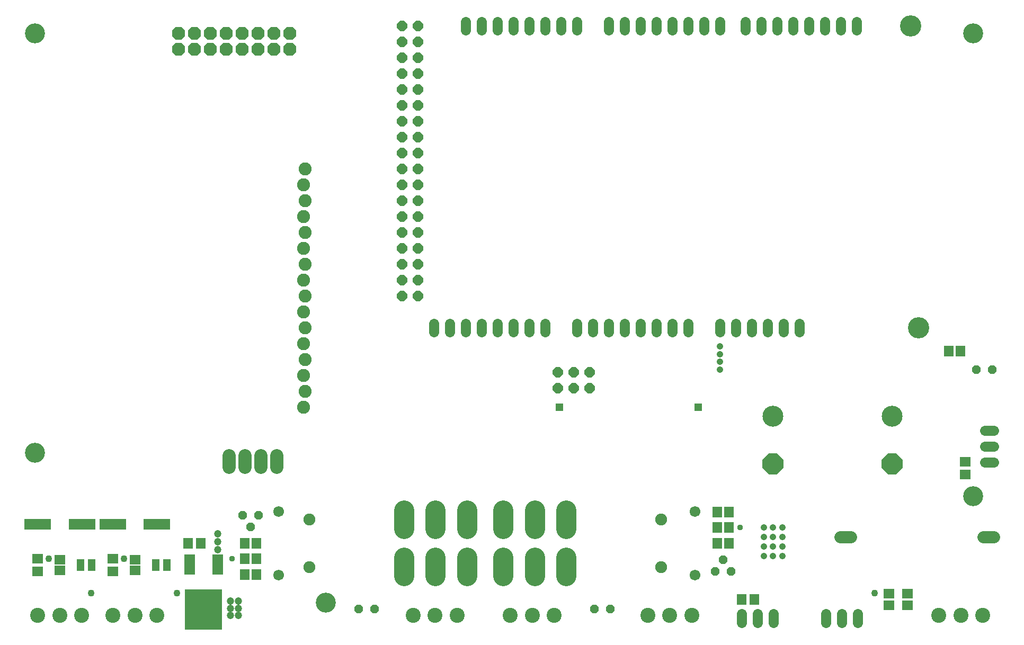
<source format=gts>
G75*
G70*
%OFA0B0*%
%FSLAX24Y24*%
%IPPOS*%
%LPD*%
%AMOC8*
5,1,8,0,0,1.08239X$1,22.5*
%
%ADD10C,0.1339*%
%ADD11C,0.1260*%
%ADD12OC8,0.0636*%
%ADD13C,0.0636*%
%ADD14C,0.0676*%
%ADD15R,0.0591X0.0669*%
%ADD16OC8,0.0556*%
%ADD17C,0.1260*%
%ADD18C,0.0748*%
%ADD19C,0.0945*%
%ADD20R,0.0591X0.0709*%
%ADD21R,0.2362X0.2520*%
%ADD22R,0.0709X0.1260*%
%ADD23OC8,0.1319*%
%ADD24C,0.1319*%
%ADD25R,0.0709X0.0591*%
%ADD26R,0.1654X0.0709*%
%ADD27R,0.0480X0.0780*%
%ADD28R,0.0669X0.0591*%
%ADD29C,0.0756*%
%ADD30OC8,0.0819*%
%ADD31C,0.0819*%
%ADD32C,0.0819*%
%ADD33R,0.0472X0.0472*%
%ADD34C,0.0413*%
%ADD35C,0.0433*%
%ADD36C,0.0472*%
%ADD37C,0.0374*%
D10*
X058715Y020670D03*
X058215Y039670D03*
D11*
X062168Y039197D03*
X062168Y010064D03*
X021420Y003371D03*
X003113Y012819D03*
X003113Y039197D03*
D12*
X026215Y039670D03*
X027215Y039670D03*
X027215Y038670D03*
X026215Y038670D03*
X026215Y037670D03*
X027215Y037670D03*
X027215Y036670D03*
X026215Y036670D03*
X026215Y035670D03*
X027215Y035670D03*
X027215Y034670D03*
X026215Y034670D03*
X026215Y033670D03*
X027215Y033670D03*
X027215Y032670D03*
X026215Y032670D03*
X026215Y031670D03*
X027215Y031670D03*
X027215Y030670D03*
X026215Y030670D03*
X026215Y029670D03*
X027215Y029670D03*
X027215Y028670D03*
X026215Y028670D03*
X026215Y027670D03*
X027215Y027670D03*
X027215Y026670D03*
X026215Y026670D03*
X026215Y025670D03*
X027215Y025670D03*
X027215Y024670D03*
X026215Y024670D03*
X026215Y023670D03*
X027215Y023670D03*
X027215Y022670D03*
X026215Y022670D03*
X036034Y017868D03*
X037034Y017868D03*
X038034Y017868D03*
X038034Y016868D03*
X037034Y016868D03*
X036034Y016868D03*
D13*
X035215Y020391D02*
X035215Y020949D01*
X034215Y020949D02*
X034215Y020391D01*
X033215Y020391D02*
X033215Y020949D01*
X032215Y020949D02*
X032215Y020391D01*
X031215Y020391D02*
X031215Y020949D01*
X030215Y020949D02*
X030215Y020391D01*
X029215Y020391D02*
X029215Y020949D01*
X028215Y020949D02*
X028215Y020391D01*
X037215Y020391D02*
X037215Y020949D01*
X038215Y020949D02*
X038215Y020391D01*
X039215Y020391D02*
X039215Y020949D01*
X040215Y020949D02*
X040215Y020391D01*
X041215Y020391D02*
X041215Y020949D01*
X042215Y020949D02*
X042215Y020391D01*
X043215Y020391D02*
X043215Y020949D01*
X044215Y020949D02*
X044215Y020391D01*
X046215Y020391D02*
X046215Y020949D01*
X047215Y020949D02*
X047215Y020391D01*
X048215Y020391D02*
X048215Y020949D01*
X049215Y020949D02*
X049215Y020391D01*
X050215Y020391D02*
X050215Y020949D01*
X051215Y020949D02*
X051215Y020391D01*
X062907Y014213D02*
X063464Y014213D01*
X063464Y013213D02*
X062907Y013213D01*
X062907Y012213D02*
X063464Y012213D01*
X054900Y002681D02*
X054900Y002123D01*
X053900Y002123D02*
X053900Y002681D01*
X052900Y002681D02*
X052900Y002123D01*
X049585Y002123D02*
X049585Y002681D01*
X048585Y002681D02*
X048585Y002123D01*
X047585Y002123D02*
X047585Y002681D01*
X047815Y039391D02*
X047815Y039949D01*
X048815Y039949D02*
X048815Y039391D01*
X049815Y039391D02*
X049815Y039949D01*
X050815Y039949D02*
X050815Y039391D01*
X051815Y039391D02*
X051815Y039949D01*
X052815Y039949D02*
X052815Y039391D01*
X053815Y039391D02*
X053815Y039949D01*
X054815Y039949D02*
X054815Y039391D01*
X046215Y039391D02*
X046215Y039949D01*
X045215Y039949D02*
X045215Y039391D01*
X044215Y039391D02*
X044215Y039949D01*
X043215Y039949D02*
X043215Y039391D01*
X042215Y039391D02*
X042215Y039949D01*
X041215Y039949D02*
X041215Y039391D01*
X040215Y039391D02*
X040215Y039949D01*
X039215Y039949D02*
X039215Y039391D01*
X037215Y039391D02*
X037215Y039949D01*
X036215Y039949D02*
X036215Y039391D01*
X035215Y039391D02*
X035215Y039949D01*
X034215Y039949D02*
X034215Y039391D01*
X033215Y039391D02*
X033215Y039949D01*
X032215Y039949D02*
X032215Y039391D01*
X031215Y039391D02*
X031215Y039949D01*
X030215Y039949D02*
X030215Y039391D01*
D14*
X018467Y009111D03*
X018467Y005111D03*
X044648Y005111D03*
X044648Y009111D03*
D15*
X046046Y009079D03*
X046794Y009079D03*
X046794Y008095D03*
X046046Y008095D03*
X046046Y007111D03*
X046794Y007111D03*
X060613Y019217D03*
X061361Y019217D03*
X017069Y007111D03*
X016321Y007111D03*
X016321Y006127D03*
X017069Y006127D03*
X017069Y005142D03*
X016321Y005142D03*
D16*
X016695Y008132D03*
X016195Y008882D03*
X017195Y008882D03*
X023479Y002977D03*
X024479Y002977D03*
X038341Y002977D03*
X039341Y002977D03*
X045920Y005339D03*
X046920Y005339D03*
X046420Y006089D03*
X062357Y018036D03*
X063357Y018036D03*
D17*
X036569Y009189D02*
X036569Y008008D01*
X034585Y008008D02*
X034585Y009189D01*
X032601Y009189D02*
X032601Y008008D01*
X030317Y008008D02*
X030317Y009189D01*
X028333Y009189D02*
X028333Y008008D01*
X026349Y008008D02*
X026349Y009189D01*
X026349Y006213D02*
X026349Y005032D01*
X028333Y005032D02*
X028333Y006213D01*
X030317Y006213D02*
X030317Y005032D01*
X032601Y005032D02*
X032601Y006213D01*
X034585Y006213D02*
X034585Y005032D01*
X036569Y005032D02*
X036569Y006213D01*
D18*
X042522Y005623D03*
X042522Y008599D03*
X020396Y008599D03*
X020396Y005623D03*
D19*
X003310Y002583D03*
X004688Y002583D03*
X006066Y002583D03*
X008034Y002583D03*
X009412Y002583D03*
X010790Y002583D03*
X026932Y002583D03*
X028310Y002583D03*
X029688Y002583D03*
X033034Y002583D03*
X034412Y002583D03*
X035790Y002583D03*
X041695Y002583D03*
X043073Y002583D03*
X044451Y002583D03*
X060003Y002583D03*
X061380Y002583D03*
X062758Y002583D03*
D20*
X048388Y003567D03*
X047601Y003567D03*
X013546Y007111D03*
X012758Y007111D03*
D21*
X013743Y002934D03*
D22*
X014640Y005760D03*
X012845Y005760D03*
D23*
X049569Y012107D03*
X057050Y012107D03*
D24*
X057050Y015107D03*
X049569Y015107D03*
D25*
X061676Y012229D03*
X061676Y011441D03*
X008034Y006127D03*
X008034Y005339D03*
X003310Y005339D03*
X003310Y006127D03*
D26*
X003290Y008292D03*
X006085Y008292D03*
X008014Y008292D03*
X010810Y008292D03*
D27*
X010735Y005733D03*
X011436Y005733D03*
X006711Y005733D03*
X006010Y005733D03*
D28*
X004688Y006067D03*
X004688Y005398D03*
X009412Y005398D03*
X009412Y006067D03*
X056853Y003941D03*
X056853Y003193D03*
X058034Y003193D03*
X058034Y003941D03*
D29*
X054463Y007504D02*
X053786Y007504D01*
X062786Y007504D02*
X063463Y007504D01*
D30*
X019168Y038213D03*
X018168Y038213D03*
X018168Y039213D03*
X019168Y039213D03*
X017168Y039213D03*
X016168Y039213D03*
X016168Y038213D03*
X017168Y038213D03*
X015168Y038213D03*
X014168Y038213D03*
X014168Y039213D03*
X015168Y039213D03*
X013168Y039213D03*
X012168Y039213D03*
X012168Y038213D03*
X013168Y038213D03*
D31*
X015317Y012648D02*
X015317Y011908D01*
X016317Y011908D02*
X016317Y012648D01*
X017317Y012648D02*
X017317Y011908D01*
X018317Y011908D02*
X018317Y012648D01*
D32*
X020041Y015674D03*
X020141Y016674D03*
X020041Y017674D03*
X020141Y018674D03*
X020041Y019674D03*
X020141Y020674D03*
X020041Y021674D03*
X020141Y022674D03*
X020041Y023674D03*
X020141Y024674D03*
X020041Y025674D03*
X020141Y026674D03*
X020041Y027674D03*
X020141Y028674D03*
X020041Y029674D03*
X020141Y030674D03*
D33*
X036134Y015674D03*
X044845Y015674D03*
D34*
X046223Y018036D03*
X046223Y018528D03*
X046223Y019020D03*
X046223Y019512D03*
X048979Y008095D03*
X049569Y008095D03*
X049569Y007504D03*
X048979Y007504D03*
X048979Y006914D03*
X049569Y006914D03*
X049569Y006323D03*
X048979Y006323D03*
X050160Y006323D03*
X050160Y006914D03*
X050160Y007504D03*
X050160Y008095D03*
D35*
X055967Y003961D03*
X012069Y003961D03*
X008723Y006127D03*
X006656Y003961D03*
X003999Y006127D03*
D36*
X014629Y006717D03*
X014629Y007209D03*
X014629Y007701D03*
X015436Y003469D03*
X015416Y003016D03*
X015416Y002564D03*
X015928Y002564D03*
X015928Y003016D03*
X015928Y003469D03*
D37*
X015514Y006127D03*
X047503Y008095D03*
M02*

</source>
